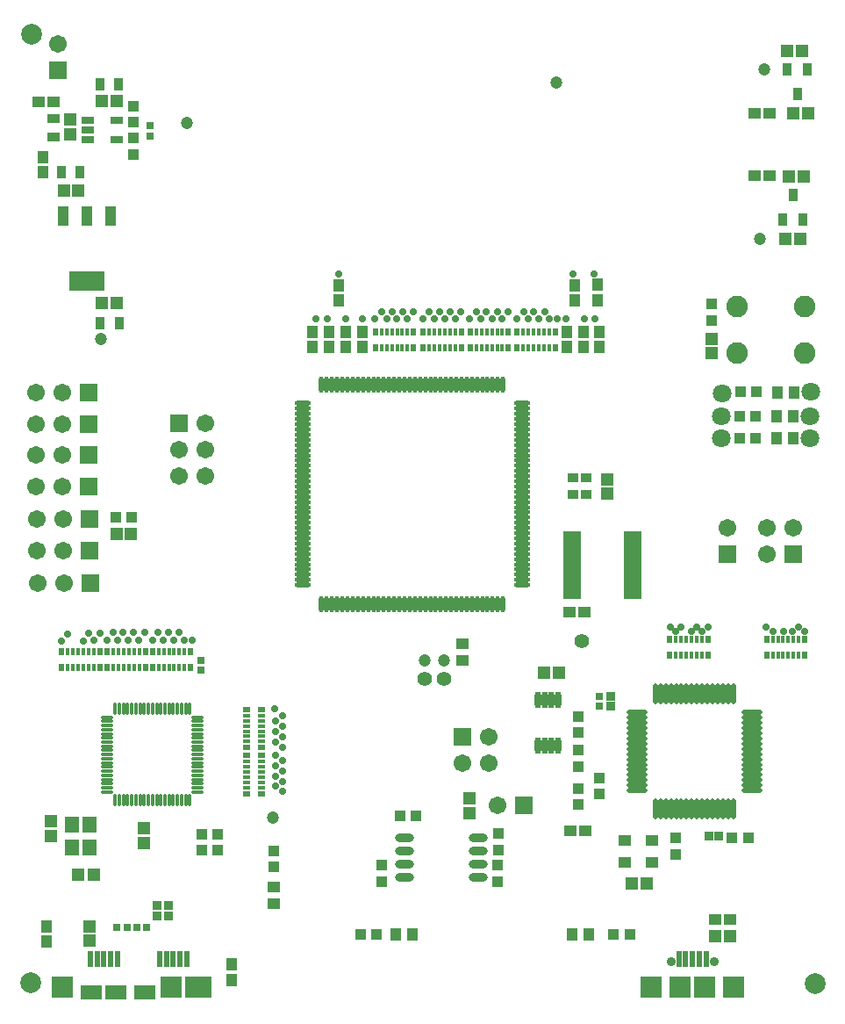
<source format=gbr>
%TF.GenerationSoftware,Altium Limited,Altium Designer,18.1.7 (191)*%
G04 Layer_Color=8388736*
%FSLAX26Y26*%
%MOIN*%
%TF.FileFunction,Soldermask,Top*%
%TF.Part,Single*%
G01*
G75*
%TA.AperFunction,SMDPad,CuDef*%
%ADD112R,0.041465X0.043433*%
%ADD113R,0.051307X0.045402*%
%ADD114R,0.034772X0.034772*%
%ADD118R,0.034772X0.034772*%
%ADD120C,0.078740*%
%ADD121R,0.030835X0.030047*%
%ADD122R,0.030047X0.030835*%
%ADD124R,0.045402X0.051307*%
%TA.AperFunction,ComponentPad*%
%ADD125R,0.067055X0.067055*%
%ADD126C,0.067055*%
%ADD127R,0.067055X0.067055*%
%TA.AperFunction,ViaPad*%
%ADD128C,0.055212*%
%ADD129C,0.070960*%
%TA.AperFunction,ComponentPad*%
%ADD130C,0.082000*%
%ADD131C,0.035559*%
%TA.AperFunction,SMDPad,CuDef*%
%ADD136C,0.027685*%
%ADD137R,0.039496X0.045402*%
%ADD138R,0.024732X0.027685*%
%ADD139R,0.017843X0.027685*%
%ADD140R,0.043433X0.045402*%
%ADD141C,0.047370*%
%ADD142R,0.055244X0.063118*%
%ADD143R,0.043433X0.039496*%
%ADD144O,0.025716X0.063118*%
%ADD145R,0.045402X0.043433*%
%ADD146R,0.066071X0.025716*%
%ADD147R,0.027685X0.024732*%
%ADD148R,0.027685X0.017843*%
%ADD149R,0.033591X0.045402*%
%ADD150R,0.049339X0.047370*%
%ADD151R,0.047370X0.049339*%
%ADD152O,0.015874X0.045402*%
%ADD153O,0.045402X0.015874*%
%ADD154O,0.072961X0.031622*%
%ADD155R,0.045402X0.039496*%
%ADD156R,0.043433X0.041465*%
%ADD157R,0.029654X0.029654*%
%ADD158O,0.017843X0.063118*%
%ADD159O,0.063118X0.017843*%
%ADD160R,0.023748X0.061150*%
%ADD161R,0.078866X0.082803*%
%ADD162R,0.082803X0.082803*%
%ADD163R,0.047370X0.031622*%
%ADD164R,0.039496X0.035559*%
%ADD165R,0.047370X0.039496*%
%ADD166R,0.082803X0.055244*%
%ADD167R,0.098551X0.082803*%
%ADD168R,0.045402X0.045402*%
%ADD169O,0.078866X0.019811*%
%ADD170O,0.019811X0.078866*%
%ADD171R,0.039496X0.043433*%
%ADD172R,0.037528X0.047370*%
%ADD173R,0.133984X0.076898*%
%ADD174R,0.043433X0.076898*%
%ADD175R,0.047370X0.037528*%
D112*
X521259Y1927007D02*
D03*
X582283D02*
D03*
X2412520Y345945D02*
D03*
X2473543D02*
D03*
X2952362Y2229213D02*
D03*
X2891339D02*
D03*
X2952362Y2311024D02*
D03*
X2891339D02*
D03*
X2954488Y2403543D02*
D03*
X2893465D02*
D03*
X1602125Y793623D02*
D03*
X1663149D02*
D03*
X1450275Y345945D02*
D03*
X1511299D02*
D03*
X908779Y726379D02*
D03*
X847757D02*
D03*
X847874Y664448D02*
D03*
X908898D02*
D03*
D113*
X524449Y1865315D02*
D03*
X579567D02*
D03*
X2854764Y338820D02*
D03*
X2799646D02*
D03*
X2148406Y1339154D02*
D03*
X2203524D02*
D03*
X2482204Y538189D02*
D03*
X2537322D02*
D03*
X469410Y3507284D02*
D03*
X524528D02*
D03*
X323516Y3167638D02*
D03*
X378634D02*
D03*
X469870Y2741158D02*
D03*
X524988D02*
D03*
D114*
X2402992Y1213071D02*
D03*
Y1250079D02*
D03*
X679528Y416811D02*
D03*
Y453819D02*
D03*
X722441D02*
D03*
Y416811D02*
D03*
D118*
X2773622Y719882D02*
D03*
X2810630D02*
D03*
D120*
X197480Y162322D02*
D03*
X201220Y3760354D02*
D03*
X3177638Y158937D02*
D03*
D121*
X2358583Y1212087D02*
D03*
Y1249882D02*
D03*
X651024Y3376456D02*
D03*
Y3414252D02*
D03*
D122*
X563426Y372480D02*
D03*
X601260Y373150D02*
D03*
X639056D02*
D03*
X525631Y372480D02*
D03*
D124*
X2785787Y2606535D02*
D03*
Y2551417D02*
D03*
X2389568Y2016870D02*
D03*
Y2071988D02*
D03*
X1866024Y861457D02*
D03*
Y806339D02*
D03*
X422678Y320315D02*
D03*
Y375433D02*
D03*
X349134Y3437402D02*
D03*
Y3382284D02*
D03*
D125*
X760748Y2285079D02*
D03*
X3095315Y1788465D02*
D03*
X2844291D02*
D03*
X1837047Y1096142D02*
D03*
X301024Y3625472D02*
D03*
D126*
X860748Y2285079D02*
D03*
X760748Y2185079D02*
D03*
X860748D02*
D03*
X760748Y2085079D02*
D03*
X860748D02*
D03*
X223425Y1678150D02*
D03*
X323425D02*
D03*
X222401Y1801220D02*
D03*
X322401D02*
D03*
X220354Y1922165D02*
D03*
X320354D02*
D03*
X318307Y2402323D02*
D03*
X218307D02*
D03*
X217283Y2283386D02*
D03*
X317283D02*
D03*
X217677Y2165197D02*
D03*
X317677D02*
D03*
X316654Y2045236D02*
D03*
X216654D02*
D03*
X2995315Y1888465D02*
D03*
X3095315D02*
D03*
X2995315Y1788465D02*
D03*
X2844291Y1888465D02*
D03*
X1971574Y834725D02*
D03*
X1937047Y996142D02*
D03*
X1837047D02*
D03*
X1937047Y1096142D02*
D03*
X301024Y3725472D02*
D03*
D127*
X423425Y1678150D02*
D03*
X422401Y1801220D02*
D03*
X420354Y1922165D02*
D03*
X418307Y2402323D02*
D03*
X417283Y2283386D02*
D03*
X417677Y2165197D02*
D03*
X416654Y2045236D02*
D03*
X2071574Y834725D02*
D03*
D128*
X2291417Y1456890D02*
D03*
X1769449Y1314213D02*
D03*
X1696024D02*
D03*
D129*
X2822126Y2226890D02*
D03*
Y2313189D02*
D03*
X3159016Y2226890D02*
D03*
Y2313189D02*
D03*
X3161142Y2404961D02*
D03*
X2824252Y2399331D02*
D03*
D130*
X3137291Y2550449D02*
D03*
X2881291D02*
D03*
X3137291Y2728449D02*
D03*
X2881291D02*
D03*
D131*
X2793818Y241416D02*
D03*
X2630432D02*
D03*
D136*
X316102Y1458661D02*
D03*
X339370Y1486063D02*
D03*
X2339331Y2850827D02*
D03*
X2196614Y2680905D02*
D03*
X2070354Y2707756D02*
D03*
X2108779D02*
D03*
X2151418D02*
D03*
X1890276D02*
D03*
X1929646D02*
D03*
X1970118D02*
D03*
X2012126D02*
D03*
X1710748D02*
D03*
X1750118D02*
D03*
X1790591D02*
D03*
X1832599D02*
D03*
X1530669D02*
D03*
X1570039D02*
D03*
X1610512D02*
D03*
X1652520D02*
D03*
X2167598Y2680945D02*
D03*
X2128032D02*
D03*
X2089173D02*
D03*
X2045945D02*
D03*
X1989606D02*
D03*
X1950000D02*
D03*
X1909606D02*
D03*
X1865945D02*
D03*
X1810827D02*
D03*
X1771220D02*
D03*
X1731220D02*
D03*
X1687205D02*
D03*
X1629606D02*
D03*
X1589606D02*
D03*
X1550000D02*
D03*
X1505709D02*
D03*
X2232165D02*
D03*
X2259173Y2850827D02*
D03*
X2340354Y2680945D02*
D03*
X2300394Y2680787D02*
D03*
X1459606Y2680945D02*
D03*
X1394488D02*
D03*
X1369449Y2850827D02*
D03*
X1324055Y2680945D02*
D03*
X1282047D02*
D03*
X2770197Y1513110D02*
D03*
X2747402Y1494882D02*
D03*
X2727992Y1513110D02*
D03*
X2707323Y1494882D02*
D03*
X2668504Y1513110D02*
D03*
X2649095Y1494882D02*
D03*
X2626732Y1513110D02*
D03*
X3137677Y1494882D02*
D03*
X3115354Y1513110D02*
D03*
X3091968Y1494882D02*
D03*
X3056850D02*
D03*
X3018465D02*
D03*
X2990512Y1513110D02*
D03*
X489882Y1462716D02*
D03*
X1153622Y887835D02*
D03*
Y925236D02*
D03*
Y966221D02*
D03*
Y1005433D02*
D03*
Y1053661D02*
D03*
Y1093583D02*
D03*
Y1135709D02*
D03*
Y1174528D02*
D03*
X1127480Y906968D02*
D03*
Y946142D02*
D03*
Y986063D02*
D03*
Y1025267D02*
D03*
Y1075039D02*
D03*
Y1115827D02*
D03*
Y1155394D02*
D03*
X1124370Y1201535D02*
D03*
X397244Y1459331D02*
D03*
X418425Y1489016D02*
D03*
X438012Y1460945D02*
D03*
X460276Y1490079D02*
D03*
X510236Y1492402D02*
D03*
X529794Y1462716D02*
D03*
X549370Y1492402D02*
D03*
X568967Y1462716D02*
D03*
X588543Y1492402D02*
D03*
X607913Y1462716D02*
D03*
X630276Y1492402D02*
D03*
X661438Y1462716D02*
D03*
X681929Y1492402D02*
D03*
X702047Y1462716D02*
D03*
X721339Y1492402D02*
D03*
X741378Y1462716D02*
D03*
X762559Y1492402D02*
D03*
X780354Y1462716D02*
D03*
X811181D02*
D03*
D137*
X2253701Y345945D02*
D03*
X2318661D02*
D03*
X3031181Y2228622D02*
D03*
X3096142D02*
D03*
X3031181Y2311024D02*
D03*
X3096142D02*
D03*
X3033307Y2402481D02*
D03*
X3098268D02*
D03*
X1648267Y345945D02*
D03*
X1583307D02*
D03*
D138*
X2046594Y2572008D02*
D03*
X2191280D02*
D03*
Y2631063D02*
D03*
X2046594D02*
D03*
X1868091Y2572008D02*
D03*
X2012776D02*
D03*
Y2631063D02*
D03*
X1868091D02*
D03*
X1507815Y2572008D02*
D03*
X1652500D02*
D03*
Y2631063D02*
D03*
X1507815D02*
D03*
X1689390Y2572008D02*
D03*
X1834075D02*
D03*
Y2631063D02*
D03*
X1689390D02*
D03*
X660866Y1418445D02*
D03*
X805551D02*
D03*
Y1359390D02*
D03*
X660866D02*
D03*
X488681Y1359409D02*
D03*
X633366D02*
D03*
Y1418465D02*
D03*
X488681D02*
D03*
X2626358Y1464527D02*
D03*
X2771043D02*
D03*
Y1405472D02*
D03*
X2626358D02*
D03*
X316319Y1359409D02*
D03*
X461004D02*
D03*
Y1418465D02*
D03*
X316319D02*
D03*
X2994075Y1463819D02*
D03*
X3138760D02*
D03*
Y1404764D02*
D03*
X2994075D02*
D03*
D139*
X2069724Y2572008D02*
D03*
X2089409D02*
D03*
X2109095D02*
D03*
X2128780D02*
D03*
X2148465D02*
D03*
X2168150D02*
D03*
Y2631063D02*
D03*
X2148465D02*
D03*
X2128780D02*
D03*
X2109095D02*
D03*
X2089409D02*
D03*
X2069724D02*
D03*
X1891220Y2572008D02*
D03*
X1910906D02*
D03*
X1930591D02*
D03*
X1950276D02*
D03*
X1969961D02*
D03*
X1989646D02*
D03*
Y2631063D02*
D03*
X1969961D02*
D03*
X1950276D02*
D03*
X1930591D02*
D03*
X1910906D02*
D03*
X1891220D02*
D03*
X1530945Y2572008D02*
D03*
X1550630D02*
D03*
X1570315D02*
D03*
X1590000D02*
D03*
X1609685D02*
D03*
X1629370D02*
D03*
Y2631063D02*
D03*
X1609685D02*
D03*
X1590000D02*
D03*
X1570315D02*
D03*
X1550630D02*
D03*
X1530945D02*
D03*
X1712520Y2572008D02*
D03*
X1732205D02*
D03*
X1751890D02*
D03*
X1771575D02*
D03*
X1791260D02*
D03*
X1810945D02*
D03*
Y2631063D02*
D03*
X1791260D02*
D03*
X1771575D02*
D03*
X1751890D02*
D03*
X1732205D02*
D03*
X1712520D02*
D03*
X683996Y1418445D02*
D03*
X703681D02*
D03*
X723366D02*
D03*
X743051D02*
D03*
X762736D02*
D03*
X782421D02*
D03*
Y1359390D02*
D03*
X762736D02*
D03*
X743051D02*
D03*
X723366D02*
D03*
X703681D02*
D03*
X683996D02*
D03*
X511811Y1359409D02*
D03*
X531496D02*
D03*
X551181D02*
D03*
X570866D02*
D03*
X590551D02*
D03*
X610236D02*
D03*
Y1418465D02*
D03*
X590551D02*
D03*
X570866D02*
D03*
X551181D02*
D03*
X531496D02*
D03*
X511811D02*
D03*
X2649488Y1464527D02*
D03*
X2669173D02*
D03*
X2688858D02*
D03*
X2708543D02*
D03*
X2728228D02*
D03*
X2747913D02*
D03*
Y1405472D02*
D03*
X2728228D02*
D03*
X2708543D02*
D03*
X2688858D02*
D03*
X2669173D02*
D03*
X2649488D02*
D03*
X339449Y1359409D02*
D03*
X359134D02*
D03*
X378819D02*
D03*
X398504D02*
D03*
X418189D02*
D03*
X437874D02*
D03*
Y1418465D02*
D03*
X418189D02*
D03*
X398504D02*
D03*
X378819D02*
D03*
X359134D02*
D03*
X339449D02*
D03*
X3017205Y1463819D02*
D03*
X3036890D02*
D03*
X3056575D02*
D03*
X3076260D02*
D03*
X3095945D02*
D03*
X3115630D02*
D03*
Y1404764D02*
D03*
X3095945D02*
D03*
X3076260D02*
D03*
X3056575D02*
D03*
X3036890D02*
D03*
X3017205D02*
D03*
D140*
X2350472Y2753189D02*
D03*
Y2810276D02*
D03*
X2297204Y2574449D02*
D03*
Y2631535D02*
D03*
X2264646Y2750748D02*
D03*
Y2807835D02*
D03*
X1394173Y2574449D02*
D03*
Y2631535D02*
D03*
X1368583Y2750433D02*
D03*
Y2807520D02*
D03*
X2236535Y2631535D02*
D03*
Y2574449D02*
D03*
X2357953Y2631535D02*
D03*
Y2574449D02*
D03*
X1456890Y2631535D02*
D03*
Y2574449D02*
D03*
X1330551Y2631535D02*
D03*
Y2574449D02*
D03*
X1266890Y2631535D02*
D03*
Y2574449D02*
D03*
X243819Y3294882D02*
D03*
Y3237795D02*
D03*
X960276Y173307D02*
D03*
Y230394D02*
D03*
X259016Y319685D02*
D03*
Y376772D02*
D03*
D141*
X1766772Y1384449D02*
D03*
X1695276D02*
D03*
X2196142Y3577323D02*
D03*
X792323Y3425118D02*
D03*
X463307Y2603583D02*
D03*
X2969095Y2985157D02*
D03*
X2985590Y3627913D02*
D03*
X1117992Y789803D02*
D03*
D142*
X355866Y673622D02*
D03*
Y760236D02*
D03*
X422795D02*
D03*
Y673622D02*
D03*
D143*
X2277874Y1046014D02*
D03*
Y983022D02*
D03*
X588662Y3306024D02*
D03*
Y3369016D02*
D03*
D144*
X2124488Y1062382D02*
D03*
X2150079D02*
D03*
X2175669D02*
D03*
X2201260D02*
D03*
X2124488Y1235610D02*
D03*
X2150079D02*
D03*
X2175669D02*
D03*
X2201260D02*
D03*
D145*
X2301772Y1566968D02*
D03*
X2244685D02*
D03*
X2948701Y3461102D02*
D03*
X3005787D02*
D03*
X2948740Y3223622D02*
D03*
X3005827D02*
D03*
X284094Y3504724D02*
D03*
X227008D02*
D03*
X2306222Y739645D02*
D03*
X2249133D02*
D03*
X2798662Y401850D02*
D03*
X2855748D02*
D03*
D146*
X2253898Y1861378D02*
D03*
Y1835787D02*
D03*
Y1810197D02*
D03*
Y1784606D02*
D03*
Y1759016D02*
D03*
Y1733425D02*
D03*
Y1707835D02*
D03*
Y1682244D02*
D03*
Y1656654D02*
D03*
Y1631063D02*
D03*
X2485236D02*
D03*
Y1656654D02*
D03*
Y1682244D02*
D03*
Y1707835D02*
D03*
Y1733425D02*
D03*
Y1759016D02*
D03*
Y1784606D02*
D03*
Y1810197D02*
D03*
Y1835787D02*
D03*
Y1861378D02*
D03*
D147*
X1076024Y1023799D02*
D03*
Y879114D02*
D03*
X1016968D02*
D03*
Y1023799D02*
D03*
Y1198957D02*
D03*
Y1054272D02*
D03*
X1076024D02*
D03*
Y1198957D02*
D03*
D148*
Y1000669D02*
D03*
Y980984D02*
D03*
Y961299D02*
D03*
Y941614D02*
D03*
Y921929D02*
D03*
Y902244D02*
D03*
X1016968D02*
D03*
Y921929D02*
D03*
Y941614D02*
D03*
Y961299D02*
D03*
Y980984D02*
D03*
Y1000669D02*
D03*
Y1175827D02*
D03*
Y1156142D02*
D03*
Y1136457D02*
D03*
Y1116772D02*
D03*
Y1097087D02*
D03*
Y1077402D02*
D03*
X1076024D02*
D03*
Y1097087D02*
D03*
Y1116772D02*
D03*
Y1136457D02*
D03*
Y1156142D02*
D03*
Y1175827D02*
D03*
D149*
X3110472Y3534567D02*
D03*
X3073071Y3627087D02*
D03*
X3147874D02*
D03*
X3055984Y3058780D02*
D03*
X3130787D02*
D03*
X3093386Y3151299D02*
D03*
D150*
X438740Y573386D02*
D03*
X379685D02*
D03*
X3093347Y3461418D02*
D03*
X3152401D02*
D03*
X3129448Y3700000D02*
D03*
X3070394D02*
D03*
X3123150Y2983622D02*
D03*
X3064094D02*
D03*
X3076928Y3221516D02*
D03*
X3135984D02*
D03*
D151*
X274114Y776358D02*
D03*
Y717303D02*
D03*
D152*
X519232Y1200236D02*
D03*
X534980D02*
D03*
X550728D02*
D03*
X566476D02*
D03*
X582224D02*
D03*
X597972D02*
D03*
X613720D02*
D03*
X629468D02*
D03*
X645216D02*
D03*
X660964D02*
D03*
X676712D02*
D03*
X692460D02*
D03*
X708208D02*
D03*
X723956D02*
D03*
X739704D02*
D03*
X755452D02*
D03*
X771200D02*
D03*
X786948D02*
D03*
X802698D02*
D03*
Y855748D02*
D03*
X786948D02*
D03*
X771200D02*
D03*
X755452D02*
D03*
X739704D02*
D03*
X723956D02*
D03*
X708208D02*
D03*
X692460D02*
D03*
X676712D02*
D03*
X660964D02*
D03*
X645216D02*
D03*
X629468D02*
D03*
X613720D02*
D03*
X597972D02*
D03*
X582224D02*
D03*
X566476D02*
D03*
X550728D02*
D03*
X534980D02*
D03*
X519232D02*
D03*
D153*
X833208Y1169724D02*
D03*
Y1153976D02*
D03*
Y1138228D02*
D03*
Y1122480D02*
D03*
Y1106732D02*
D03*
Y1090984D02*
D03*
Y1075236D02*
D03*
Y1059488D02*
D03*
Y1043740D02*
D03*
Y1027992D02*
D03*
Y1012244D02*
D03*
Y996496D02*
D03*
Y980748D02*
D03*
Y965000D02*
D03*
Y949252D02*
D03*
Y933504D02*
D03*
Y917756D02*
D03*
Y902008D02*
D03*
Y886260D02*
D03*
X488720D02*
D03*
Y902008D02*
D03*
Y917756D02*
D03*
Y933504D02*
D03*
Y949252D02*
D03*
Y965000D02*
D03*
Y980748D02*
D03*
Y996496D02*
D03*
Y1012244D02*
D03*
Y1027992D02*
D03*
Y1043740D02*
D03*
Y1059488D02*
D03*
Y1075236D02*
D03*
Y1090984D02*
D03*
Y1106732D02*
D03*
Y1122480D02*
D03*
Y1138228D02*
D03*
Y1153976D02*
D03*
Y1169724D02*
D03*
D154*
X1898503Y561771D02*
D03*
Y611771D02*
D03*
Y661771D02*
D03*
Y711771D02*
D03*
X1617007Y561771D02*
D03*
Y611771D02*
D03*
Y661771D02*
D03*
Y711771D02*
D03*
D155*
X1122323Y525354D02*
D03*
Y460394D02*
D03*
X1839449Y1449803D02*
D03*
Y1384842D02*
D03*
D156*
X1121339Y600512D02*
D03*
Y661535D02*
D03*
X2785866Y2737441D02*
D03*
Y2676417D02*
D03*
X588032Y3427480D02*
D03*
Y3488504D02*
D03*
X1972755Y546259D02*
D03*
Y607283D02*
D03*
X2278346Y1172402D02*
D03*
Y1111378D02*
D03*
X2357716Y940000D02*
D03*
Y878976D02*
D03*
X2278371Y898583D02*
D03*
Y837559D02*
D03*
X2648110Y710275D02*
D03*
Y649251D02*
D03*
X1975629Y727677D02*
D03*
Y666653D02*
D03*
X1532755Y546259D02*
D03*
Y607283D02*
D03*
D157*
X846339Y1348504D02*
D03*
Y1383938D02*
D03*
D158*
X1303268Y2433110D02*
D03*
X1322952D02*
D03*
X1342638D02*
D03*
X1362324D02*
D03*
X1382008D02*
D03*
X1401694D02*
D03*
X1421378D02*
D03*
X1441064D02*
D03*
X1460748D02*
D03*
X1480434D02*
D03*
X1500118D02*
D03*
X1519804D02*
D03*
X1539488D02*
D03*
X1559174D02*
D03*
X1578858D02*
D03*
X1598544D02*
D03*
X1618228D02*
D03*
X1637914D02*
D03*
X1657598D02*
D03*
X1677284D02*
D03*
X1696968D02*
D03*
X1716654D02*
D03*
X1736338D02*
D03*
X1756024D02*
D03*
X1775708D02*
D03*
X1795394D02*
D03*
X1815078D02*
D03*
X1834764D02*
D03*
X1854448D02*
D03*
X1874134D02*
D03*
X1893820D02*
D03*
X1913504D02*
D03*
X1933190D02*
D03*
X1952874D02*
D03*
X1972560D02*
D03*
X1992244D02*
D03*
Y1598464D02*
D03*
X1972560D02*
D03*
X1952874D02*
D03*
X1933190D02*
D03*
X1913504D02*
D03*
X1893820D02*
D03*
X1874134D02*
D03*
X1854448D02*
D03*
X1834764D02*
D03*
X1815078D02*
D03*
X1795394D02*
D03*
X1775708D02*
D03*
X1756024D02*
D03*
X1736338D02*
D03*
X1716654D02*
D03*
X1696968D02*
D03*
X1677284D02*
D03*
X1657598D02*
D03*
X1637914D02*
D03*
X1618228D02*
D03*
X1598544D02*
D03*
X1578858D02*
D03*
X1559174D02*
D03*
X1539488D02*
D03*
X1519804D02*
D03*
X1500118D02*
D03*
X1480434D02*
D03*
X1460748D02*
D03*
X1441064D02*
D03*
X1421378D02*
D03*
X1401694D02*
D03*
X1382008D02*
D03*
X1362324D02*
D03*
X1342638D02*
D03*
X1322952D02*
D03*
X1303268D02*
D03*
D159*
X2065078Y2360276D02*
D03*
Y2340590D02*
D03*
Y2320906D02*
D03*
Y2301220D02*
D03*
Y2281536D02*
D03*
Y2261850D02*
D03*
Y2242166D02*
D03*
Y2222480D02*
D03*
Y2202796D02*
D03*
Y2183110D02*
D03*
Y2163426D02*
D03*
Y2143740D02*
D03*
Y2124056D02*
D03*
Y2104370D02*
D03*
Y2084686D02*
D03*
Y2065000D02*
D03*
Y2045314D02*
D03*
Y2025630D02*
D03*
Y2005944D02*
D03*
Y1986260D02*
D03*
Y1966574D02*
D03*
Y1946890D02*
D03*
Y1927204D02*
D03*
Y1907520D02*
D03*
Y1887834D02*
D03*
Y1868150D02*
D03*
Y1848464D02*
D03*
Y1828780D02*
D03*
Y1809094D02*
D03*
Y1789410D02*
D03*
Y1769724D02*
D03*
Y1750040D02*
D03*
Y1730354D02*
D03*
Y1710670D02*
D03*
Y1690984D02*
D03*
Y1671300D02*
D03*
X1230434D02*
D03*
Y1690984D02*
D03*
Y1710670D02*
D03*
Y1730354D02*
D03*
Y1750040D02*
D03*
Y1769724D02*
D03*
Y1789410D02*
D03*
Y1809094D02*
D03*
Y1828780D02*
D03*
Y1848464D02*
D03*
Y1868150D02*
D03*
Y1887834D02*
D03*
Y1907520D02*
D03*
Y1927204D02*
D03*
Y1946890D02*
D03*
Y1966574D02*
D03*
Y1986260D02*
D03*
Y2005944D02*
D03*
Y2025630D02*
D03*
Y2045314D02*
D03*
Y2065000D02*
D03*
Y2084686D02*
D03*
Y2104370D02*
D03*
Y2124056D02*
D03*
Y2143740D02*
D03*
Y2163426D02*
D03*
Y2183110D02*
D03*
Y2202796D02*
D03*
Y2222480D02*
D03*
Y2242166D02*
D03*
Y2261850D02*
D03*
Y2281536D02*
D03*
Y2301220D02*
D03*
Y2320906D02*
D03*
Y2340590D02*
D03*
Y2360276D02*
D03*
D160*
X2737716Y250276D02*
D03*
X2712126D02*
D03*
X2686536D02*
D03*
X2763306D02*
D03*
X2660944D02*
D03*
X739408Y250374D02*
D03*
X424448D02*
D03*
X526810D02*
D03*
X450038D02*
D03*
X501220D02*
D03*
X765000D02*
D03*
X790590D02*
D03*
X475630D02*
D03*
X713818D02*
D03*
X688228D02*
D03*
D161*
X2869606Y144960D02*
D03*
X2554646D02*
D03*
X318150Y145060D02*
D03*
D162*
X2759370Y144960D02*
D03*
X2664882D02*
D03*
X731534Y145060D02*
D03*
D163*
X415078Y3435826D02*
D03*
Y3398426D02*
D03*
Y3361024D02*
D03*
X523346D02*
D03*
Y3435826D02*
D03*
D164*
X2259568Y2013956D02*
D03*
Y2078918D02*
D03*
X2308780Y2013956D02*
D03*
Y2078918D02*
D03*
D165*
X2456496Y620000D02*
D03*
X2558858D02*
D03*
Y702678D02*
D03*
X2456496D02*
D03*
D166*
X428386Y125375D02*
D03*
X522874D02*
D03*
X633110D02*
D03*
D167*
X833898Y145060D02*
D03*
D168*
X626654Y750079D02*
D03*
Y691023D02*
D03*
D169*
X2500630Y891574D02*
D03*
Y911260D02*
D03*
Y930944D02*
D03*
Y950630D02*
D03*
Y970316D02*
D03*
Y990000D02*
D03*
Y1009686D02*
D03*
Y1029370D02*
D03*
Y1049056D02*
D03*
Y1068740D02*
D03*
Y1088426D02*
D03*
Y1108110D02*
D03*
Y1127796D02*
D03*
Y1147480D02*
D03*
Y1167166D02*
D03*
Y1186850D02*
D03*
X2937638D02*
D03*
Y1167166D02*
D03*
Y1147480D02*
D03*
Y1127796D02*
D03*
Y1108110D02*
D03*
Y1088426D02*
D03*
Y1068740D02*
D03*
Y1049056D02*
D03*
Y1029370D02*
D03*
Y1009686D02*
D03*
Y990000D02*
D03*
Y970316D02*
D03*
Y950630D02*
D03*
Y930944D02*
D03*
Y911260D02*
D03*
Y891574D02*
D03*
D170*
X2571496Y1257716D02*
D03*
X2591182D02*
D03*
X2610866D02*
D03*
X2630552D02*
D03*
X2650236D02*
D03*
X2669922D02*
D03*
X2689606D02*
D03*
X2709292D02*
D03*
X2728976D02*
D03*
X2748662D02*
D03*
X2768346D02*
D03*
X2788032D02*
D03*
X2807716D02*
D03*
X2827402D02*
D03*
X2847086D02*
D03*
X2866772D02*
D03*
Y820708D02*
D03*
X2847086D02*
D03*
X2827402D02*
D03*
X2807716D02*
D03*
X2788032D02*
D03*
X2768346D02*
D03*
X2748662D02*
D03*
X2728976D02*
D03*
X2709292D02*
D03*
X2689606D02*
D03*
X2669922D02*
D03*
X2650236D02*
D03*
X2630552D02*
D03*
X2610866D02*
D03*
X2591182D02*
D03*
X2571496D02*
D03*
D171*
X2862678Y712323D02*
D03*
X2925670D02*
D03*
D172*
X460078Y3572284D02*
D03*
X530944D02*
D03*
X386508Y3237638D02*
D03*
X315642D02*
D03*
X533294Y2666158D02*
D03*
X462428D02*
D03*
D173*
X411074Y2826102D02*
D03*
D174*
X320524Y3072166D02*
D03*
X411074D02*
D03*
X501626D02*
D03*
D175*
X284174Y3372008D02*
D03*
Y3442874D02*
D03*
%TF.MD5,efac581b58781c10d589e88d6f1bfbed*%
M02*

</source>
